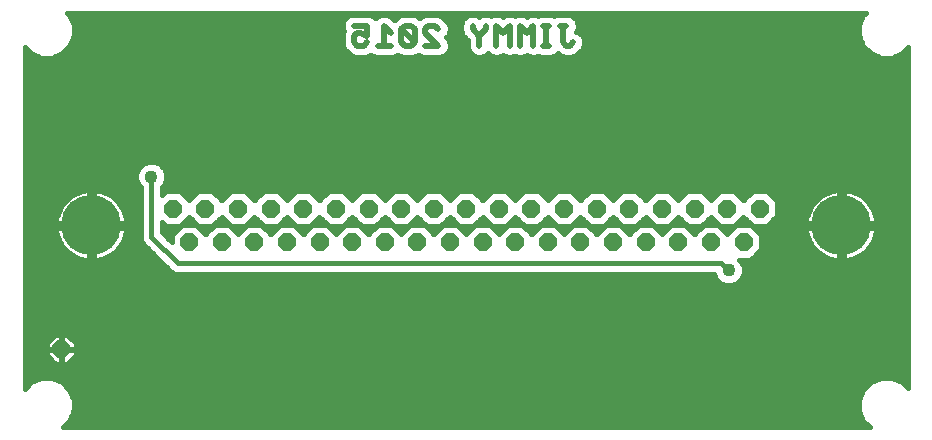
<source format=gbl>
G75*
%MOIN*%
%OFA0B0*%
%FSLAX25Y25*%
%IPPOS*%
%LPD*%
%AMOC8*
5,1,8,0,0,1.08239X$1,22.5*
%
%ADD10C,0.02000*%
%ADD11OC8,0.06000*%
%ADD12C,0.20000*%
%ADD13C,0.01600*%
%ADD14C,0.04362*%
D10*
X0120416Y0136700D02*
X0122618Y0136700D01*
X0123719Y0137801D01*
X0123719Y0140003D02*
X0121517Y0141104D01*
X0120416Y0141104D01*
X0119315Y0140003D01*
X0119315Y0137801D01*
X0120416Y0136700D01*
X0123719Y0140003D02*
X0123719Y0143306D01*
X0119315Y0143306D01*
X0129436Y0143306D02*
X0129436Y0136700D01*
X0131638Y0136700D02*
X0127234Y0136700D01*
X0131638Y0141104D02*
X0129436Y0143306D01*
X0135153Y0142205D02*
X0139556Y0137801D01*
X0138455Y0136700D01*
X0136254Y0136700D01*
X0135153Y0137801D01*
X0135153Y0142205D01*
X0136254Y0143306D01*
X0138455Y0143306D01*
X0139556Y0142205D01*
X0139556Y0137801D01*
X0143071Y0136700D02*
X0147475Y0136700D01*
X0143071Y0141104D01*
X0143071Y0142205D01*
X0144172Y0143306D01*
X0146374Y0143306D01*
X0147475Y0142205D01*
X0158909Y0142205D02*
X0158909Y0143306D01*
X0158909Y0142205D02*
X0161111Y0140003D01*
X0161111Y0136700D01*
X0161111Y0140003D02*
X0163313Y0142205D01*
X0163313Y0143306D01*
X0166828Y0143306D02*
X0166828Y0136700D01*
X0171231Y0136700D02*
X0171231Y0143306D01*
X0169030Y0141104D01*
X0166828Y0143306D01*
X0174746Y0143306D02*
X0174746Y0136700D01*
X0179150Y0136700D02*
X0179150Y0143306D01*
X0176948Y0141104D01*
X0174746Y0143306D01*
X0182227Y0143306D02*
X0184429Y0143306D01*
X0183328Y0143306D02*
X0183328Y0136700D01*
X0184429Y0136700D02*
X0182227Y0136700D01*
X0189045Y0137801D02*
X0190146Y0136700D01*
X0191247Y0136700D01*
X0192348Y0137801D01*
X0189045Y0137801D02*
X0189045Y0143306D01*
X0190146Y0143306D02*
X0187944Y0143306D01*
D11*
X0189400Y0082400D03*
X0178500Y0082400D03*
X0167700Y0082400D03*
X0156800Y0082400D03*
X0145900Y0082400D03*
X0135100Y0082400D03*
X0124200Y0082400D03*
X0113300Y0082400D03*
X0102400Y0082400D03*
X0091600Y0082400D03*
X0080700Y0082400D03*
X0069800Y0082400D03*
X0059000Y0082400D03*
X0064400Y0071200D03*
X0075300Y0071200D03*
X0086100Y0071200D03*
X0097000Y0071200D03*
X0107900Y0071200D03*
X0118700Y0071200D03*
X0129600Y0071200D03*
X0140500Y0071200D03*
X0151400Y0071200D03*
X0162200Y0071200D03*
X0173100Y0071200D03*
X0184000Y0071200D03*
X0194800Y0071200D03*
X0205700Y0071200D03*
X0216600Y0071200D03*
X0227400Y0071200D03*
X0238300Y0071200D03*
X0249200Y0071200D03*
X0254600Y0082400D03*
X0243700Y0082400D03*
X0232900Y0082400D03*
X0222000Y0082400D03*
X0211100Y0082400D03*
X0200300Y0082400D03*
X0021800Y0035550D03*
D12*
X0031800Y0076800D03*
X0281800Y0076800D03*
D13*
X0024487Y0011664D02*
X0022392Y0009568D01*
X0291208Y0009568D01*
X0289113Y0011664D01*
X0287732Y0014996D01*
X0287732Y0018604D01*
X0289113Y0021936D01*
X0291664Y0024487D01*
X0294996Y0025868D01*
X0298604Y0025868D01*
X0301936Y0024487D01*
X0303953Y0022471D01*
X0303953Y0136129D01*
X0301936Y0134113D01*
X0298604Y0132732D01*
X0294996Y0132732D01*
X0291664Y0134113D01*
X0289113Y0136664D01*
X0287732Y0139996D01*
X0287732Y0143604D01*
X0289113Y0146936D01*
X0289909Y0147732D01*
X0023691Y0147732D01*
X0024487Y0146936D01*
X0025868Y0143604D01*
X0025868Y0139996D01*
X0024487Y0136664D01*
X0021936Y0134113D01*
X0018604Y0132732D01*
X0014996Y0132732D01*
X0011664Y0134113D01*
X0009568Y0136208D01*
X0009568Y0022392D01*
X0011664Y0024487D01*
X0014996Y0025868D01*
X0018604Y0025868D01*
X0021936Y0024487D01*
X0024487Y0021936D01*
X0025868Y0018604D01*
X0025868Y0014996D01*
X0024487Y0011664D01*
X0024475Y0011651D02*
X0289125Y0011651D01*
X0288456Y0013250D02*
X0025144Y0013250D01*
X0025806Y0014848D02*
X0287794Y0014848D01*
X0287732Y0016447D02*
X0025868Y0016447D01*
X0025868Y0018045D02*
X0287732Y0018045D01*
X0288163Y0019644D02*
X0025437Y0019644D01*
X0024775Y0021242D02*
X0288825Y0021242D01*
X0290017Y0022841D02*
X0023583Y0022841D01*
X0021984Y0024439D02*
X0291616Y0024439D01*
X0301984Y0024439D02*
X0303953Y0024439D01*
X0303953Y0022841D02*
X0303583Y0022841D01*
X0303953Y0026038D02*
X0009568Y0026038D01*
X0009568Y0027636D02*
X0303953Y0027636D01*
X0303953Y0029235D02*
X0009568Y0029235D01*
X0009568Y0030833D02*
X0019729Y0030833D01*
X0019812Y0030750D02*
X0021600Y0030750D01*
X0021600Y0035350D01*
X0022000Y0035350D01*
X0022000Y0035750D01*
X0026600Y0035750D01*
X0026600Y0037538D01*
X0023788Y0040350D01*
X0022000Y0040350D01*
X0022000Y0035750D01*
X0021600Y0035750D01*
X0021600Y0040350D01*
X0019812Y0040350D01*
X0017000Y0037538D01*
X0017000Y0035750D01*
X0021600Y0035750D01*
X0021600Y0035350D01*
X0017000Y0035350D01*
X0017000Y0033562D01*
X0019812Y0030750D01*
X0021600Y0030833D02*
X0022000Y0030833D01*
X0022000Y0030750D02*
X0023788Y0030750D01*
X0026600Y0033562D01*
X0026600Y0035350D01*
X0022000Y0035350D01*
X0022000Y0030750D01*
X0022000Y0032432D02*
X0021600Y0032432D01*
X0021600Y0034030D02*
X0022000Y0034030D01*
X0022000Y0035629D02*
X0303953Y0035629D01*
X0303953Y0037227D02*
X0026600Y0037227D01*
X0025312Y0038826D02*
X0303953Y0038826D01*
X0303953Y0040424D02*
X0009568Y0040424D01*
X0009568Y0038826D02*
X0018288Y0038826D01*
X0017000Y0037227D02*
X0009568Y0037227D01*
X0009568Y0035629D02*
X0021600Y0035629D01*
X0021600Y0037227D02*
X0022000Y0037227D01*
X0022000Y0038826D02*
X0021600Y0038826D01*
X0017000Y0034030D02*
X0009568Y0034030D01*
X0009568Y0032432D02*
X0018130Y0032432D01*
X0023871Y0030833D02*
X0303953Y0030833D01*
X0303953Y0032432D02*
X0025470Y0032432D01*
X0026600Y0034030D02*
X0303953Y0034030D01*
X0303953Y0042023D02*
X0009568Y0042023D01*
X0009568Y0043621D02*
X0303953Y0043621D01*
X0303953Y0045220D02*
X0009568Y0045220D01*
X0009568Y0046818D02*
X0303953Y0046818D01*
X0303953Y0048417D02*
X0009568Y0048417D01*
X0009568Y0050015D02*
X0303953Y0050015D01*
X0303953Y0051614D02*
X0009568Y0051614D01*
X0009568Y0053212D02*
X0303953Y0053212D01*
X0303953Y0054811D02*
X0009568Y0054811D01*
X0009568Y0056409D02*
X0303953Y0056409D01*
X0303953Y0058008D02*
X0247508Y0058008D01*
X0247104Y0057604D02*
X0248496Y0058996D01*
X0249250Y0060815D01*
X0249250Y0062785D01*
X0248496Y0064604D01*
X0247668Y0065431D01*
X0251589Y0065431D01*
X0254968Y0068811D01*
X0254968Y0073589D01*
X0251589Y0076968D01*
X0246811Y0076968D01*
X0243750Y0073908D01*
X0240689Y0076968D01*
X0235911Y0076968D01*
X0232850Y0073908D01*
X0229789Y0076968D01*
X0225011Y0076968D01*
X0222000Y0073958D01*
X0218989Y0076968D01*
X0214211Y0076968D01*
X0211150Y0073908D01*
X0208089Y0076968D01*
X0203311Y0076968D01*
X0200250Y0073908D01*
X0197189Y0076968D01*
X0192411Y0076968D01*
X0189400Y0073958D01*
X0186389Y0076968D01*
X0181611Y0076968D01*
X0178550Y0073908D01*
X0175489Y0076968D01*
X0170711Y0076968D01*
X0167650Y0073908D01*
X0164589Y0076968D01*
X0159811Y0076968D01*
X0156800Y0073958D01*
X0153789Y0076968D01*
X0149011Y0076968D01*
X0145950Y0073908D01*
X0142889Y0076968D01*
X0138111Y0076968D01*
X0135050Y0073908D01*
X0131989Y0076968D01*
X0127211Y0076968D01*
X0124150Y0073908D01*
X0121089Y0076968D01*
X0116311Y0076968D01*
X0113300Y0073958D01*
X0110289Y0076968D01*
X0105511Y0076968D01*
X0102450Y0073908D01*
X0099389Y0076968D01*
X0094611Y0076968D01*
X0091550Y0073908D01*
X0088489Y0076968D01*
X0083711Y0076968D01*
X0080700Y0073958D01*
X0077689Y0076968D01*
X0072911Y0076968D01*
X0069850Y0073908D01*
X0066789Y0076968D01*
X0062011Y0076968D01*
X0058631Y0073589D01*
X0058631Y0071265D01*
X0055368Y0074528D01*
X0055368Y0077874D01*
X0056611Y0076631D01*
X0061389Y0076631D01*
X0064400Y0079642D01*
X0067411Y0076631D01*
X0072189Y0076631D01*
X0075250Y0079692D01*
X0078311Y0076631D01*
X0083089Y0076631D01*
X0086150Y0079692D01*
X0089211Y0076631D01*
X0093989Y0076631D01*
X0097000Y0079642D01*
X0100011Y0076631D01*
X0104789Y0076631D01*
X0107850Y0079692D01*
X0110911Y0076631D01*
X0115689Y0076631D01*
X0118750Y0079692D01*
X0121811Y0076631D01*
X0126589Y0076631D01*
X0129650Y0079692D01*
X0132711Y0076631D01*
X0137489Y0076631D01*
X0140500Y0079642D01*
X0143511Y0076631D01*
X0148289Y0076631D01*
X0151350Y0079692D01*
X0154411Y0076631D01*
X0159189Y0076631D01*
X0162250Y0079692D01*
X0165311Y0076631D01*
X0170089Y0076631D01*
X0173100Y0079642D01*
X0176111Y0076631D01*
X0180889Y0076631D01*
X0183950Y0079692D01*
X0187011Y0076631D01*
X0191789Y0076631D01*
X0194850Y0079692D01*
X0197911Y0076631D01*
X0202689Y0076631D01*
X0205700Y0079642D01*
X0208711Y0076631D01*
X0213489Y0076631D01*
X0216550Y0079692D01*
X0219611Y0076631D01*
X0224389Y0076631D01*
X0227450Y0079692D01*
X0230511Y0076631D01*
X0235289Y0076631D01*
X0238300Y0079642D01*
X0241311Y0076631D01*
X0246089Y0076631D01*
X0249150Y0079692D01*
X0252211Y0076631D01*
X0256989Y0076631D01*
X0260368Y0080011D01*
X0260368Y0084789D01*
X0256989Y0088168D01*
X0252211Y0088168D01*
X0249150Y0085108D01*
X0246089Y0088168D01*
X0241311Y0088168D01*
X0238300Y0085158D01*
X0235289Y0088168D01*
X0230511Y0088168D01*
X0227450Y0085108D01*
X0224389Y0088168D01*
X0219611Y0088168D01*
X0216550Y0085108D01*
X0213489Y0088168D01*
X0208711Y0088168D01*
X0205700Y0085158D01*
X0202689Y0088168D01*
X0197911Y0088168D01*
X0194850Y0085108D01*
X0191789Y0088168D01*
X0187011Y0088168D01*
X0183950Y0085108D01*
X0180889Y0088168D01*
X0176111Y0088168D01*
X0173100Y0085158D01*
X0170089Y0088168D01*
X0165311Y0088168D01*
X0162250Y0085108D01*
X0159189Y0088168D01*
X0154411Y0088168D01*
X0151350Y0085108D01*
X0148289Y0088168D01*
X0143511Y0088168D01*
X0140500Y0085158D01*
X0137489Y0088168D01*
X0132711Y0088168D01*
X0129650Y0085108D01*
X0126589Y0088168D01*
X0121811Y0088168D01*
X0118750Y0085108D01*
X0115689Y0088168D01*
X0110911Y0088168D01*
X0107850Y0085108D01*
X0104789Y0088168D01*
X0100011Y0088168D01*
X0097000Y0085158D01*
X0093989Y0088168D01*
X0089211Y0088168D01*
X0086150Y0085108D01*
X0083089Y0088168D01*
X0078311Y0088168D01*
X0075250Y0085108D01*
X0072189Y0088168D01*
X0067411Y0088168D01*
X0064400Y0085158D01*
X0061389Y0088168D01*
X0056611Y0088168D01*
X0055368Y0086926D01*
X0055368Y0089619D01*
X0055996Y0090246D01*
X0056750Y0092065D01*
X0056750Y0094035D01*
X0055996Y0095854D01*
X0054604Y0097246D01*
X0052785Y0098000D01*
X0050815Y0098000D01*
X0048996Y0097246D01*
X0047604Y0095854D01*
X0046850Y0094035D01*
X0046850Y0092065D01*
X0047604Y0090246D01*
X0048231Y0089619D01*
X0048231Y0072340D01*
X0048775Y0071029D01*
X0049779Y0070025D01*
X0058529Y0061275D01*
X0059840Y0060731D01*
X0239385Y0060731D01*
X0240104Y0058996D01*
X0241496Y0057604D01*
X0243315Y0056850D01*
X0245285Y0056850D01*
X0247104Y0057604D01*
X0248749Y0059606D02*
X0303953Y0059606D01*
X0303953Y0061205D02*
X0249250Y0061205D01*
X0249242Y0062803D02*
X0303953Y0062803D01*
X0303953Y0064402D02*
X0248580Y0064402D01*
X0252158Y0066001D02*
X0277029Y0066001D01*
X0277277Y0065881D02*
X0276083Y0066456D01*
X0274961Y0067161D01*
X0273925Y0067988D01*
X0272988Y0068925D01*
X0272161Y0069961D01*
X0271456Y0071083D01*
X0270881Y0072277D01*
X0270443Y0073528D01*
X0270148Y0074820D01*
X0270015Y0076000D01*
X0281000Y0076000D01*
X0282600Y0076000D01*
X0282600Y0077600D01*
X0293585Y0077600D01*
X0293452Y0078780D01*
X0293157Y0080072D01*
X0292719Y0081323D01*
X0292144Y0082517D01*
X0291439Y0083639D01*
X0290612Y0084675D01*
X0289675Y0085612D01*
X0288639Y0086439D01*
X0287517Y0087144D01*
X0286323Y0087719D01*
X0285072Y0088157D01*
X0283780Y0088452D01*
X0282600Y0088585D01*
X0282600Y0077600D01*
X0281000Y0077600D01*
X0281000Y0088585D01*
X0279820Y0088452D01*
X0278528Y0088157D01*
X0277277Y0087719D01*
X0276083Y0087144D01*
X0274961Y0086439D01*
X0273925Y0085612D01*
X0272988Y0084675D01*
X0272161Y0083639D01*
X0271456Y0082517D01*
X0270881Y0081323D01*
X0270443Y0080072D01*
X0270148Y0078780D01*
X0270015Y0077600D01*
X0281000Y0077600D01*
X0281000Y0076000D01*
X0281000Y0065015D01*
X0279820Y0065148D01*
X0278528Y0065443D01*
X0277277Y0065881D01*
X0274412Y0067599D02*
X0253757Y0067599D01*
X0254968Y0069198D02*
X0272770Y0069198D01*
X0271636Y0070796D02*
X0254968Y0070796D01*
X0254968Y0072395D02*
X0270840Y0072395D01*
X0270337Y0073993D02*
X0254565Y0073993D01*
X0252966Y0075592D02*
X0270061Y0075592D01*
X0270150Y0078789D02*
X0259146Y0078789D01*
X0260368Y0080387D02*
X0270554Y0080387D01*
X0271200Y0081986D02*
X0260368Y0081986D01*
X0260368Y0083584D02*
X0272127Y0083584D01*
X0273495Y0085183D02*
X0259975Y0085183D01*
X0258377Y0086781D02*
X0275506Y0086781D01*
X0279505Y0088380D02*
X0055368Y0088380D01*
X0055728Y0089978D02*
X0303953Y0089978D01*
X0303953Y0088380D02*
X0284095Y0088380D01*
X0282600Y0088380D02*
X0281000Y0088380D01*
X0281000Y0086781D02*
X0282600Y0086781D01*
X0282600Y0085183D02*
X0281000Y0085183D01*
X0281000Y0083584D02*
X0282600Y0083584D01*
X0282600Y0081986D02*
X0281000Y0081986D01*
X0281000Y0080387D02*
X0282600Y0080387D01*
X0282600Y0078789D02*
X0281000Y0078789D01*
X0281000Y0077190D02*
X0257548Y0077190D01*
X0251652Y0077190D02*
X0246648Y0077190D01*
X0245434Y0075592D02*
X0242066Y0075592D01*
X0240752Y0077190D02*
X0235848Y0077190D01*
X0234534Y0075592D02*
X0231166Y0075592D01*
X0229952Y0077190D02*
X0224948Y0077190D01*
X0223634Y0075592D02*
X0220366Y0075592D01*
X0219052Y0077190D02*
X0214048Y0077190D01*
X0212834Y0075592D02*
X0209466Y0075592D01*
X0208152Y0077190D02*
X0203248Y0077190D01*
X0201934Y0075592D02*
X0198566Y0075592D01*
X0197352Y0077190D02*
X0192348Y0077190D01*
X0191034Y0075592D02*
X0187766Y0075592D01*
X0186452Y0077190D02*
X0181448Y0077190D01*
X0180234Y0075592D02*
X0176866Y0075592D01*
X0175552Y0077190D02*
X0170648Y0077190D01*
X0169334Y0075592D02*
X0165966Y0075592D01*
X0164752Y0077190D02*
X0159748Y0077190D01*
X0158434Y0075592D02*
X0155166Y0075592D01*
X0153852Y0077190D02*
X0148848Y0077190D01*
X0147634Y0075592D02*
X0144266Y0075592D01*
X0142952Y0077190D02*
X0138048Y0077190D01*
X0136734Y0075592D02*
X0133366Y0075592D01*
X0132152Y0077190D02*
X0127148Y0077190D01*
X0125834Y0075592D02*
X0122466Y0075592D01*
X0121252Y0077190D02*
X0116248Y0077190D01*
X0114934Y0075592D02*
X0111666Y0075592D01*
X0110352Y0077190D02*
X0105348Y0077190D01*
X0104134Y0075592D02*
X0100766Y0075592D01*
X0099452Y0077190D02*
X0094548Y0077190D01*
X0093234Y0075592D02*
X0089866Y0075592D01*
X0088652Y0077190D02*
X0083648Y0077190D01*
X0082334Y0075592D02*
X0079066Y0075592D01*
X0077752Y0077190D02*
X0072748Y0077190D01*
X0071534Y0075592D02*
X0068166Y0075592D01*
X0066852Y0077190D02*
X0061948Y0077190D01*
X0060634Y0075592D02*
X0055368Y0075592D01*
X0055368Y0077190D02*
X0056052Y0077190D01*
X0055904Y0073993D02*
X0059035Y0073993D01*
X0058631Y0072395D02*
X0057502Y0072395D01*
X0051800Y0073050D02*
X0051800Y0093050D01*
X0056750Y0093175D02*
X0303953Y0093175D01*
X0303953Y0091577D02*
X0056547Y0091577D01*
X0056443Y0094774D02*
X0303953Y0094774D01*
X0303953Y0096372D02*
X0055478Y0096372D01*
X0052854Y0097971D02*
X0303953Y0097971D01*
X0303953Y0099569D02*
X0009568Y0099569D01*
X0009568Y0097971D02*
X0050746Y0097971D01*
X0048122Y0096372D02*
X0009568Y0096372D01*
X0009568Y0094774D02*
X0047157Y0094774D01*
X0046850Y0093175D02*
X0009568Y0093175D01*
X0009568Y0091577D02*
X0047053Y0091577D01*
X0047872Y0089978D02*
X0009568Y0089978D01*
X0009568Y0088380D02*
X0029505Y0088380D01*
X0029820Y0088452D02*
X0028528Y0088157D01*
X0027277Y0087719D01*
X0026083Y0087144D01*
X0024961Y0086439D01*
X0023925Y0085612D01*
X0022988Y0084675D01*
X0022161Y0083639D01*
X0021456Y0082517D01*
X0020881Y0081323D01*
X0020443Y0080072D01*
X0020148Y0078780D01*
X0020015Y0077600D01*
X0031000Y0077600D01*
X0031000Y0088585D01*
X0029820Y0088452D01*
X0031000Y0088380D02*
X0032600Y0088380D01*
X0032600Y0088585D02*
X0033780Y0088452D01*
X0035072Y0088157D01*
X0036323Y0087719D01*
X0037517Y0087144D01*
X0038639Y0086439D01*
X0039675Y0085612D01*
X0040612Y0084675D01*
X0041439Y0083639D01*
X0042144Y0082517D01*
X0042719Y0081323D01*
X0043157Y0080072D01*
X0043452Y0078780D01*
X0043585Y0077600D01*
X0032600Y0077600D01*
X0032600Y0076000D01*
X0043585Y0076000D01*
X0043452Y0074820D01*
X0043157Y0073528D01*
X0042719Y0072277D01*
X0042144Y0071083D01*
X0041439Y0069961D01*
X0040612Y0068925D01*
X0039675Y0067988D01*
X0038639Y0067161D01*
X0037517Y0066456D01*
X0036323Y0065881D01*
X0035072Y0065443D01*
X0033780Y0065148D01*
X0032600Y0065015D01*
X0032600Y0076000D01*
X0031000Y0076000D01*
X0031000Y0065015D01*
X0029820Y0065148D01*
X0028528Y0065443D01*
X0027277Y0065881D01*
X0026083Y0066456D01*
X0024961Y0067161D01*
X0023925Y0067988D01*
X0022988Y0068925D01*
X0022161Y0069961D01*
X0021456Y0071083D01*
X0020881Y0072277D01*
X0020443Y0073528D01*
X0020148Y0074820D01*
X0020015Y0076000D01*
X0031000Y0076000D01*
X0031000Y0077600D01*
X0032600Y0077600D01*
X0032600Y0088585D01*
X0034095Y0088380D02*
X0048231Y0088380D01*
X0048231Y0086781D02*
X0038094Y0086781D01*
X0040105Y0085183D02*
X0048231Y0085183D01*
X0048231Y0083584D02*
X0041473Y0083584D01*
X0042400Y0081986D02*
X0048231Y0081986D01*
X0048231Y0080387D02*
X0043046Y0080387D01*
X0043450Y0078789D02*
X0048231Y0078789D01*
X0048231Y0077190D02*
X0032600Y0077190D01*
X0032600Y0075592D02*
X0031000Y0075592D01*
X0031000Y0077190D02*
X0009568Y0077190D01*
X0009568Y0075592D02*
X0020061Y0075592D01*
X0020337Y0073993D02*
X0009568Y0073993D01*
X0009568Y0072395D02*
X0020840Y0072395D01*
X0021636Y0070796D02*
X0009568Y0070796D01*
X0009568Y0069198D02*
X0022770Y0069198D01*
X0024412Y0067599D02*
X0009568Y0067599D01*
X0009568Y0066001D02*
X0027029Y0066001D01*
X0031000Y0066001D02*
X0032600Y0066001D01*
X0032600Y0067599D02*
X0031000Y0067599D01*
X0031000Y0069198D02*
X0032600Y0069198D01*
X0032600Y0070796D02*
X0031000Y0070796D01*
X0031000Y0072395D02*
X0032600Y0072395D01*
X0032600Y0073993D02*
X0031000Y0073993D01*
X0031000Y0078789D02*
X0032600Y0078789D01*
X0032600Y0080387D02*
X0031000Y0080387D01*
X0031000Y0081986D02*
X0032600Y0081986D01*
X0032600Y0083584D02*
X0031000Y0083584D01*
X0031000Y0085183D02*
X0032600Y0085183D01*
X0032600Y0086781D02*
X0031000Y0086781D01*
X0025506Y0086781D02*
X0009568Y0086781D01*
X0009568Y0085183D02*
X0023495Y0085183D01*
X0022127Y0083584D02*
X0009568Y0083584D01*
X0009568Y0081986D02*
X0021200Y0081986D01*
X0020554Y0080387D02*
X0009568Y0080387D01*
X0009568Y0078789D02*
X0020150Y0078789D01*
X0040830Y0069198D02*
X0050606Y0069198D01*
X0049779Y0070025D02*
X0049779Y0070025D01*
X0049007Y0070796D02*
X0041964Y0070796D01*
X0042760Y0072395D02*
X0048231Y0072395D01*
X0048231Y0073993D02*
X0043263Y0073993D01*
X0043538Y0075592D02*
X0048231Y0075592D01*
X0051800Y0073050D02*
X0060550Y0064300D01*
X0241800Y0064300D01*
X0244300Y0061800D01*
X0239851Y0059606D02*
X0009568Y0059606D01*
X0009568Y0058008D02*
X0241092Y0058008D01*
X0243665Y0073993D02*
X0243835Y0073993D01*
X0248246Y0078789D02*
X0250053Y0078789D01*
X0239153Y0078789D02*
X0237446Y0078789D01*
X0232935Y0073993D02*
X0232765Y0073993D01*
X0228353Y0078789D02*
X0226546Y0078789D01*
X0222035Y0073993D02*
X0221965Y0073993D01*
X0217453Y0078789D02*
X0215646Y0078789D01*
X0211235Y0073993D02*
X0211065Y0073993D01*
X0206553Y0078789D02*
X0204846Y0078789D01*
X0200335Y0073993D02*
X0200165Y0073993D01*
X0195753Y0078789D02*
X0193946Y0078789D01*
X0184853Y0078789D02*
X0183046Y0078789D01*
X0178635Y0073993D02*
X0178465Y0073993D01*
X0173953Y0078789D02*
X0172246Y0078789D01*
X0167735Y0073993D02*
X0167565Y0073993D01*
X0163153Y0078789D02*
X0161346Y0078789D01*
X0156835Y0073993D02*
X0156765Y0073993D01*
X0152253Y0078789D02*
X0150446Y0078789D01*
X0146035Y0073993D02*
X0145865Y0073993D01*
X0141353Y0078789D02*
X0139646Y0078789D01*
X0135135Y0073993D02*
X0134965Y0073993D01*
X0130553Y0078789D02*
X0128746Y0078789D01*
X0124235Y0073993D02*
X0124065Y0073993D01*
X0119653Y0078789D02*
X0117846Y0078789D01*
X0108753Y0078789D02*
X0106946Y0078789D01*
X0102535Y0073993D02*
X0102365Y0073993D01*
X0097853Y0078789D02*
X0096146Y0078789D01*
X0091635Y0073993D02*
X0091465Y0073993D01*
X0087053Y0078789D02*
X0085246Y0078789D01*
X0080735Y0073993D02*
X0080665Y0073993D01*
X0076153Y0078789D02*
X0074346Y0078789D01*
X0069935Y0073993D02*
X0069765Y0073993D01*
X0065253Y0078789D02*
X0063546Y0078789D01*
X0064375Y0085183D02*
X0064425Y0085183D01*
X0066023Y0086781D02*
X0062777Y0086781D01*
X0073577Y0086781D02*
X0076923Y0086781D01*
X0075325Y0085183D02*
X0075175Y0085183D01*
X0084477Y0086781D02*
X0087823Y0086781D01*
X0086225Y0085183D02*
X0086075Y0085183D01*
X0095377Y0086781D02*
X0098623Y0086781D01*
X0097025Y0085183D02*
X0096975Y0085183D01*
X0106177Y0086781D02*
X0109523Y0086781D01*
X0107925Y0085183D02*
X0107775Y0085183D01*
X0117077Y0086781D02*
X0120423Y0086781D01*
X0118825Y0085183D02*
X0118675Y0085183D01*
X0127977Y0086781D02*
X0131323Y0086781D01*
X0129725Y0085183D02*
X0129575Y0085183D01*
X0138877Y0086781D02*
X0142123Y0086781D01*
X0140525Y0085183D02*
X0140475Y0085183D01*
X0149677Y0086781D02*
X0153023Y0086781D01*
X0151425Y0085183D02*
X0151275Y0085183D01*
X0160577Y0086781D02*
X0163923Y0086781D01*
X0162325Y0085183D02*
X0162175Y0085183D01*
X0171477Y0086781D02*
X0174723Y0086781D01*
X0173125Y0085183D02*
X0173075Y0085183D01*
X0182277Y0086781D02*
X0185623Y0086781D01*
X0184025Y0085183D02*
X0183875Y0085183D01*
X0193177Y0086781D02*
X0196523Y0086781D01*
X0194925Y0085183D02*
X0194775Y0085183D01*
X0204077Y0086781D02*
X0207323Y0086781D01*
X0205725Y0085183D02*
X0205675Y0085183D01*
X0214877Y0086781D02*
X0218223Y0086781D01*
X0216625Y0085183D02*
X0216475Y0085183D01*
X0225777Y0086781D02*
X0229123Y0086781D01*
X0227525Y0085183D02*
X0227375Y0085183D01*
X0236677Y0086781D02*
X0239923Y0086781D01*
X0238325Y0085183D02*
X0238275Y0085183D01*
X0247477Y0086781D02*
X0250823Y0086781D01*
X0249225Y0085183D02*
X0249075Y0085183D01*
X0281000Y0075592D02*
X0282600Y0075592D01*
X0282600Y0076000D02*
X0282600Y0065015D01*
X0283780Y0065148D01*
X0285072Y0065443D01*
X0286323Y0065881D01*
X0287517Y0066456D01*
X0288639Y0067161D01*
X0289675Y0067988D01*
X0290612Y0068925D01*
X0291439Y0069961D01*
X0292144Y0071083D01*
X0292719Y0072277D01*
X0293157Y0073528D01*
X0293452Y0074820D01*
X0293585Y0076000D01*
X0282600Y0076000D01*
X0282600Y0077190D02*
X0303953Y0077190D01*
X0303953Y0075592D02*
X0293538Y0075592D01*
X0293263Y0073993D02*
X0303953Y0073993D01*
X0303953Y0072395D02*
X0292760Y0072395D01*
X0291964Y0070796D02*
X0303953Y0070796D01*
X0303953Y0069198D02*
X0290830Y0069198D01*
X0289188Y0067599D02*
X0303953Y0067599D01*
X0303953Y0066001D02*
X0286571Y0066001D01*
X0282600Y0066001D02*
X0281000Y0066001D01*
X0281000Y0067599D02*
X0282600Y0067599D01*
X0282600Y0069198D02*
X0281000Y0069198D01*
X0281000Y0070796D02*
X0282600Y0070796D01*
X0282600Y0072395D02*
X0281000Y0072395D01*
X0281000Y0073993D02*
X0282600Y0073993D01*
X0293450Y0078789D02*
X0303953Y0078789D01*
X0303953Y0080387D02*
X0293046Y0080387D01*
X0292400Y0081986D02*
X0303953Y0081986D01*
X0303953Y0083584D02*
X0291473Y0083584D01*
X0290105Y0085183D02*
X0303953Y0085183D01*
X0303953Y0086781D02*
X0288094Y0086781D01*
X0303953Y0101168D02*
X0009568Y0101168D01*
X0009568Y0102766D02*
X0303953Y0102766D01*
X0303953Y0104365D02*
X0009568Y0104365D01*
X0009568Y0105963D02*
X0303953Y0105963D01*
X0303953Y0107562D02*
X0009568Y0107562D01*
X0009568Y0109160D02*
X0303953Y0109160D01*
X0303953Y0110759D02*
X0009568Y0110759D01*
X0009568Y0112357D02*
X0303953Y0112357D01*
X0303953Y0113956D02*
X0009568Y0113956D01*
X0009568Y0115554D02*
X0303953Y0115554D01*
X0303953Y0117153D02*
X0009568Y0117153D01*
X0009568Y0118751D02*
X0303953Y0118751D01*
X0303953Y0120350D02*
X0009568Y0120350D01*
X0009568Y0121948D02*
X0303953Y0121948D01*
X0303953Y0123547D02*
X0009568Y0123547D01*
X0009568Y0125145D02*
X0303953Y0125145D01*
X0303953Y0126744D02*
X0009568Y0126744D01*
X0009568Y0128342D02*
X0303953Y0128342D01*
X0303953Y0129941D02*
X0009568Y0129941D01*
X0009568Y0131539D02*
X0303953Y0131539D01*
X0303953Y0133138D02*
X0299583Y0133138D01*
X0302560Y0134737D02*
X0303953Y0134737D01*
X0294017Y0133138D02*
X0192495Y0133138D01*
X0191997Y0132931D02*
X0193382Y0133505D01*
X0194442Y0134565D01*
X0195543Y0135666D01*
X0196117Y0137051D01*
X0196117Y0138551D01*
X0195543Y0139936D01*
X0194483Y0140996D01*
X0193446Y0141425D01*
X0193915Y0142556D01*
X0193915Y0144055D01*
X0193341Y0145440D01*
X0192281Y0146500D01*
X0190896Y0147074D01*
X0187195Y0147074D01*
X0186187Y0146657D01*
X0185179Y0147074D01*
X0181478Y0147074D01*
X0180689Y0146747D01*
X0179900Y0147074D01*
X0178401Y0147074D01*
X0177015Y0146500D01*
X0176965Y0146450D01*
X0176948Y0146433D01*
X0176881Y0146500D01*
X0175496Y0147074D01*
X0173997Y0147074D01*
X0172989Y0146657D01*
X0171981Y0147074D01*
X0170482Y0147074D01*
X0169097Y0146500D01*
X0169046Y0146450D01*
X0169030Y0146433D01*
X0168962Y0146500D01*
X0167577Y0147074D01*
X0166078Y0147074D01*
X0165070Y0146657D01*
X0164062Y0147074D01*
X0162563Y0147074D01*
X0161178Y0146500D01*
X0161111Y0146433D01*
X0161044Y0146500D01*
X0159658Y0147074D01*
X0158159Y0147074D01*
X0156774Y0146500D01*
X0155714Y0145440D01*
X0155140Y0144055D01*
X0155140Y0141455D01*
X0155714Y0140070D01*
X0156774Y0139010D01*
X0157342Y0138442D01*
X0157342Y0135950D01*
X0157916Y0134565D01*
X0158976Y0133505D01*
X0160361Y0132931D01*
X0161860Y0132931D01*
X0163245Y0133505D01*
X0163969Y0134229D01*
X0164693Y0133505D01*
X0166078Y0132931D01*
X0167577Y0132931D01*
X0168962Y0133505D01*
X0169030Y0133572D01*
X0169097Y0133505D01*
X0170482Y0132931D01*
X0171981Y0132931D01*
X0172989Y0133349D01*
X0173997Y0132931D01*
X0175496Y0132931D01*
X0176881Y0133505D01*
X0176948Y0133572D01*
X0177015Y0133505D01*
X0178401Y0132931D01*
X0179900Y0132931D01*
X0180689Y0133258D01*
X0181478Y0132931D01*
X0185179Y0132931D01*
X0186564Y0133505D01*
X0187288Y0134229D01*
X0188012Y0133505D01*
X0188445Y0133326D01*
X0189397Y0132931D01*
X0191997Y0132931D01*
X0188898Y0133138D02*
X0185677Y0133138D01*
X0188012Y0133505D02*
X0188012Y0133505D01*
X0188012Y0133505D01*
X0194613Y0134737D02*
X0291040Y0134737D01*
X0289441Y0136335D02*
X0195820Y0136335D01*
X0196117Y0137934D02*
X0288587Y0137934D01*
X0287925Y0139532D02*
X0195710Y0139532D01*
X0194157Y0141131D02*
X0287732Y0141131D01*
X0287732Y0142729D02*
X0193915Y0142729D01*
X0193802Y0144328D02*
X0288032Y0144328D01*
X0288694Y0145926D02*
X0192855Y0145926D01*
X0180979Y0133138D02*
X0180398Y0133138D01*
X0177902Y0133138D02*
X0175995Y0133138D01*
X0173498Y0133138D02*
X0172479Y0133138D01*
X0169983Y0133138D02*
X0168076Y0133138D01*
X0165579Y0133138D02*
X0162359Y0133138D01*
X0159863Y0133138D02*
X0148723Y0133138D01*
X0148225Y0132931D02*
X0149610Y0133505D01*
X0150670Y0134565D01*
X0151244Y0135950D01*
X0151244Y0137450D01*
X0150670Y0138835D01*
X0150052Y0139452D01*
X0150670Y0140070D01*
X0151244Y0141455D01*
X0151244Y0142954D01*
X0150670Y0144339D01*
X0148509Y0146500D01*
X0147124Y0147074D01*
X0143423Y0147074D01*
X0142038Y0146500D01*
X0141314Y0145777D01*
X0140590Y0146500D01*
X0139205Y0147074D01*
X0135504Y0147074D01*
X0134119Y0146500D01*
X0133018Y0145399D01*
X0133018Y0145399D01*
X0132845Y0145226D01*
X0132630Y0145440D01*
X0131570Y0146500D01*
X0131531Y0146517D01*
X0130185Y0147074D01*
X0128686Y0147074D01*
X0128658Y0147063D01*
X0127301Y0146500D01*
X0126577Y0145777D01*
X0125853Y0146500D01*
X0124468Y0147074D01*
X0118565Y0147074D01*
X0117180Y0146500D01*
X0116120Y0145440D01*
X0115547Y0144055D01*
X0115547Y0142556D01*
X0115920Y0141654D01*
X0115547Y0140752D01*
X0115547Y0137051D01*
X0116120Y0135666D01*
X0117221Y0134565D01*
X0118281Y0133505D01*
X0119666Y0132931D01*
X0123367Y0132931D01*
X0124753Y0133505D01*
X0124926Y0133679D01*
X0125099Y0133505D01*
X0126484Y0132931D01*
X0132387Y0132931D01*
X0133772Y0133505D01*
X0133946Y0133679D01*
X0134119Y0133505D01*
X0135504Y0132931D01*
X0139205Y0132931D01*
X0140590Y0133505D01*
X0140763Y0133679D01*
X0140937Y0133505D01*
X0142322Y0132931D01*
X0148225Y0132931D01*
X0150741Y0134737D02*
X0157845Y0134737D01*
X0157342Y0136335D02*
X0151244Y0136335D01*
X0151043Y0137934D02*
X0157342Y0137934D01*
X0156252Y0139532D02*
X0150132Y0139532D01*
X0151109Y0141131D02*
X0155275Y0141131D01*
X0155140Y0142729D02*
X0151244Y0142729D01*
X0150675Y0144328D02*
X0155253Y0144328D01*
X0156200Y0145926D02*
X0149083Y0145926D01*
X0141463Y0145926D02*
X0141164Y0145926D01*
X0133545Y0145926D02*
X0132145Y0145926D01*
X0132630Y0145440D02*
X0132630Y0145440D01*
X0127301Y0146500D02*
X0127301Y0146500D01*
X0126727Y0145926D02*
X0126428Y0145926D01*
X0116606Y0145926D02*
X0024906Y0145926D01*
X0025568Y0144328D02*
X0115659Y0144328D01*
X0115547Y0142729D02*
X0025868Y0142729D01*
X0025868Y0141131D02*
X0115703Y0141131D01*
X0115547Y0139532D02*
X0025675Y0139532D01*
X0025013Y0137934D02*
X0115547Y0137934D01*
X0115843Y0136335D02*
X0024159Y0136335D01*
X0022560Y0134737D02*
X0117050Y0134737D01*
X0119168Y0133138D02*
X0019583Y0133138D01*
X0014017Y0133138D02*
X0009568Y0133138D01*
X0009568Y0134737D02*
X0011040Y0134737D01*
X0023899Y0147525D02*
X0289701Y0147525D01*
X0189435Y0073993D02*
X0189365Y0073993D01*
X0113335Y0073993D02*
X0113265Y0073993D01*
X0058697Y0061205D02*
X0009568Y0061205D01*
X0009568Y0062803D02*
X0057000Y0062803D01*
X0055401Y0064402D02*
X0009568Y0064402D01*
X0036571Y0066001D02*
X0053803Y0066001D01*
X0052204Y0067599D02*
X0039188Y0067599D01*
X0011616Y0024439D02*
X0009568Y0024439D01*
X0009568Y0022841D02*
X0010017Y0022841D01*
X0022876Y0010053D02*
X0290724Y0010053D01*
X0141823Y0133138D02*
X0139704Y0133138D01*
X0135005Y0133138D02*
X0132886Y0133138D01*
X0125986Y0133138D02*
X0123866Y0133138D01*
D14*
X0051800Y0093050D03*
X0244300Y0061800D03*
M02*

</source>
